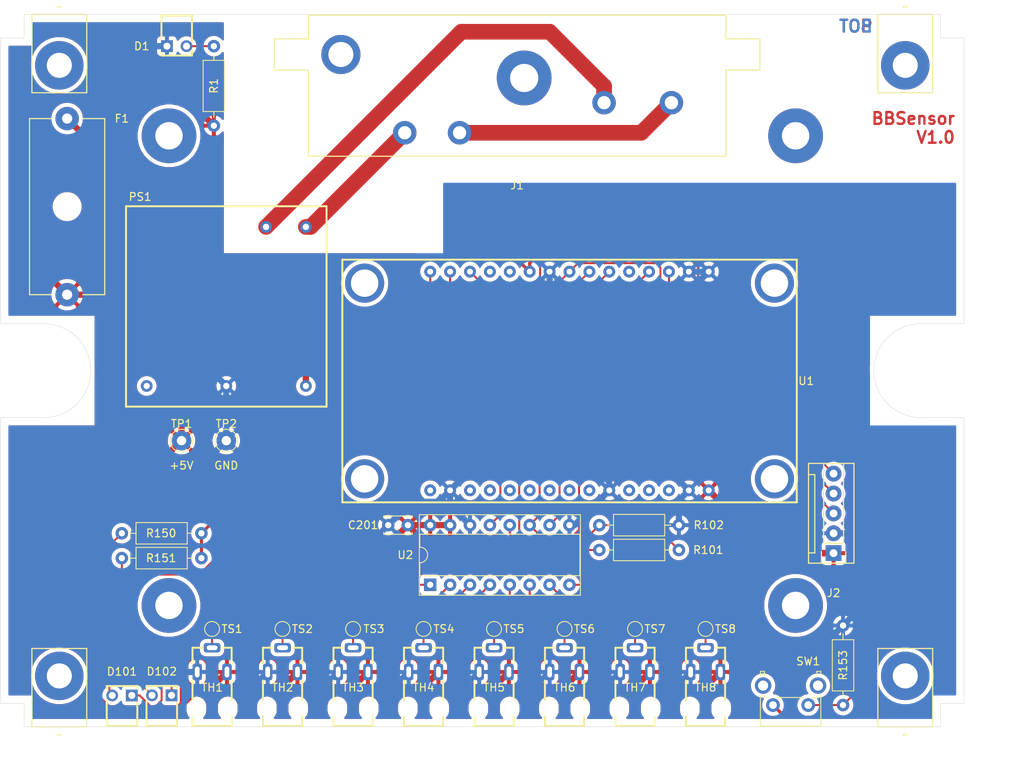
<source format=kicad_pcb>
(kicad_pcb (version 20171130) (host pcbnew "(5.1.4)-1")
  (title_block (title BBSensor) (date 2019-09-11) (rev V1.0) (comment 1 "Sensor and processing board for BBQ Sensor"))
  (layers (0 F.Cu signal) (31 B.Cu signal) (34 B.Paste user) (35 F.Paste user) (36 B.SilkS user) (37 F.SilkS user) (38 B.Mask user) (39 F.Mask user) (44 Edge.Cuts user))
  (net 0 "")
  (net 1 GND)
  (net 2 +5V)
  (net 3 "Net-(D1-Pad2)")
  (net 4 "Net-(D101-Pad2)")
  (net 5 "Net-(D101-Pad1)")
  (net 6 "Net-(D102-Pad2)")
  (net 7 "Net-(D102-Pad1)")
  (net 8 "Net-(F1-Pad2)")
  (net 9 "Net-(J1-Pad3)")
  (net 10 "Net-(J1-Pad2)")
  (net 11 "Net-(J1-Pad1)")
  (net 12 /Display/SPI5)
  (net 13 /Analog/Digital/SPI3)
  (net 14 /Analog/Digital/SPI1)
  (net 15 "Net-(PS1-Pad3)")
  (net 16 /Analog/Digital/SPI2)
  (net 17 /ESP8266/MISO)
  (net 18 +3V3)
  (net 19 "Net-(R153-Pad1)")
  (net 20 /Analog/Digital/SIGNAL1)
  (net 21 /Analog/Digital/SIGNAL2)
  (net 22 /Analog/Digital/SIGNAL3)
  (net 23 /Analog/Digital/SIGNAL4)
  (net 24 /Analog/Digital/SIGNAL5)
  (net 25 /Analog/Digital/SIGNAL6)
  (net 26 /Analog/Digital/SIGNAL7)
  (net 27 /Analog/Digital/SIGNAL8)
  (net 28 "Net-(U1-Pad19)")
  (net 29 "Net-(U1-Pad26)")
  (net 30 "Net-(U1-Pad13)")
  (net 31 "Net-(U1-Pad12)")
  (net 32 "Net-(U1-Pad11)")
  (net 33 /Analog/Digital/SPI4)
  (net 34 "Net-(U1-Pad4)")
  (net 35 "Net-(U1-Pad3)")
  (net 36 "Net-(U1-Pad1)")
  (net 37 "Net-(U1-Pad20)")
  (net 38 "Net-(U1-Pad7)")
  (net 39 "Net-(U1-Pad5)")
  (net 40 "Net-(U1-Pad9)")
  (net 41 "Net-(U1-Pad8)")
  (net 42 "Net-(U1-Pad6)")
  (module Schurter:CMF1_Offset (layer F.Cu) (at 80.9475 15.1135)
    (fp_text reference J1 (at 0 21.7165) (layer F.SilkS))
    (fp_text value Schurter_CMF1)
    (pad 3 thru_hole circle (at -14.35 15) (size 3 3) (drill 1.7) (layers *.Cu *.Mask) (net 9 "Net-(J1-Pad3)"))
    (pad 4 thru_hole circle (at -7.35 15) (size 3 3) (drill 1.7) (layers *.Cu *.Mask) (net 10 "Net-(J1-Pad2)"))
    (pad 2 thru_hole circle (at 19.7 11.16) (size 3 3) (drill 1.7) (layers *.Cu *.Mask) (net 10 "Net-(J1-Pad2)"))
    (pad 1 thru_hole circle (at 11.1 11.16) (size 3 3) (drill 1.7) (layers *.Cu *.Mask) (net 11 "Net-(J1-Pad1)"))
    (pad "" np_thru_hole circle (at -28.95 5) (size 3 3) (drill 3) (layers *.Cu *.Mask))
    (pad "" np_thru_hole circle (at 28.95 5) (size 3 3) (drill 3) (layers *.Cu *.Mask))
    (pad "" np_thru_hole circle (at 22.5 5) (size 3.2 3.2) (drill 3.2) (layers *.Cu *.Mask))
    (pad "" np_thru_hole circle (at -22.5 5) (size 5 5) (drill 3.2) (layers *.Cu *.Mask))
    (pad "" np_thru_hole circle (at 0.9 8) (size 7 7) (drill 3.6) (layers *.Cu *.Mask))
  )
  (module Collection:Mounting_Bracket_L10_W7_M3 (layer F.Cu) (at 134 15 180)
    (fp_text reference ~ (at 3.5 1) (layer F.SilkS))
    (fp_text value Mounting_Bracket_L10_W7_M3)
    (pad "" np_thru_hole circle (at 3.5 -6.5 180) (size 6.2 6.2) (drill 3.2) (layers *.Cu *.Mask))
  )
  (module Collection:Mounting_Bracket_L10_W7_M3 (layer F.Cu) (at 26 15 180)
    (fp_text reference ~ (at 3.5 1) (layer F.SilkS))
    (fp_text value Mounting_Bracket_L10_W7_M3)
    (pad "" np_thru_hole circle (at 3.5 -6.5 180) (size 6.2 6.2) (drill 3.2) (layers *.Cu *.Mask))
  )
  (module Collection:Mounting_Bracket_L10_W7_M3 (layer F.Cu) (at 127 106)
    (fp_text reference ~ (at 3.5 1) (layer F.SilkS))
    (fp_text value Mounting_Bracket_L10_W7_M3)
    (pad "" np_thru_hole circle (at 3.5 -6.5) (size 6.2 6.2) (drill 3.2) (layers *.Cu *.Mask))
  )
  (module Collection:Mounting_Bracket_L10_W7_M3 (layer F.Cu) (at 19 106)
    (fp_text reference ~ (at 3.5 1) (layer F.SilkS))
    (fp_text value Mounting_Bracket_L10_W7_M3)
    (pad "" np_thru_hole circle (at 3.5 -6.5) (size 6.2 6.2) (drill 3.2) (layers *.Cu *.Mask))
  )
  (module TestPoint:TestPoint_Pad_D1.5mm (layer F.Cu) (at 105 93.5 180)
    (fp_text reference TS8 (at -2.54 0) (layer F.SilkS))
    (fp_text value TestPoint)
    (pad 1 smd circle (at 0 0 180) (size 1.5 1.5) (layers F.Cu F.Mask) (net 27 /Analog/Digital/SIGNAL8))
  )
  (module TestPoint:TestPoint_Pad_D1.5mm (layer F.Cu) (at 96 93.5 180)
    (fp_text reference TS7 (at -2.54 0) (layer F.SilkS))
    (fp_text value TestPoint)
    (pad 1 smd circle (at 0 0 180) (size 1.5 1.5) (layers F.Cu F.Mask) (net 26 /Analog/Digital/SIGNAL7))
  )
  (module TestPoint:TestPoint_Pad_D1.5mm (layer F.Cu) (at 87 93.5 180)
    (fp_text reference TS6 (at -2.54 0) (layer F.SilkS))
    (fp_text value TestPoint)
    (pad 1 smd circle (at 0 0 180) (size 1.5 1.5) (layers F.Cu F.Mask) (net 25 /Analog/Digital/SIGNAL6))
  )
  (module TestPoint:TestPoint_Pad_D1.5mm (layer F.Cu) (at 78 93.5 180)
    (fp_text reference TS5 (at -2.54 0) (layer F.SilkS))
    (fp_text value TestPoint)
    (pad 1 smd circle (at 0 0 180) (size 1.5 1.5) (layers F.Cu F.Mask) (net 24 /Analog/Digital/SIGNAL5))
  )
  (module TestPoint:TestPoint_Pad_D1.5mm (layer F.Cu) (at 69 93.5 180)
    (fp_text reference TS4 (at -2.6035 0) (layer F.SilkS))
    (fp_text value TestPoint)
    (pad 1 smd circle (at 0 0 180) (size 1.5 1.5) (layers F.Cu F.Mask) (net 23 /Analog/Digital/SIGNAL4))
  )
  (module TestPoint:TestPoint_Pad_D1.5mm (layer F.Cu) (at 60 93.5 180)
    (fp_text reference TS3 (at -2.667 0) (layer F.SilkS))
    (fp_text value TestPoint)
    (pad 1 smd circle (at 0 0 180) (size 1.5 1.5) (layers F.Cu F.Mask) (net 22 /Analog/Digital/SIGNAL3))
  )
  (module TestPoint:TestPoint_Pad_D1.5mm (layer F.Cu) (at 50.9905 93.5 180)
    (fp_text reference TS2 (at -2.54 0) (layer F.SilkS))
    (fp_text value TestPoint)
    (pad 1 smd circle (at 0 0 180) (size 1.5 1.5) (layers F.Cu F.Mask) (net 21 /Analog/Digital/SIGNAL2))
  )
  (module TestPoint:TestPoint_Pad_D1.5mm (layer F.Cu) (at 42 93.5 180)
    (fp_text reference TS1 (at -2.54 0) (layer F.SilkS))
    (fp_text value TestPoint)
    (pad 1 smd circle (at 0 0 180) (size 1.5 1.5) (layers F.Cu F.Mask) (net 20 /Analog/Digital/SIGNAL1))
  )
  (module Package_DIP:DIP-16_W7.62mm_Socket (layer F.Cu) (at 69.85 87.86 90)
    (fp_text reference U2 (at 3.81 -3.175 180) (layer F.SilkS))
    (fp_text value MCP3208)
    (pad 16 thru_hole oval (at 7.62 0 90) (size 1.6 1.6) (drill 0.8) (layers *.Cu *.Mask) (net 2 +5V))
    (pad 8 thru_hole oval (at 0 17.78 90) (size 1.6 1.6) (drill 0.8) (layers *.Cu *.Mask) (net 27 /Analog/Digital/SIGNAL8))
    (pad 15 thru_hole oval (at 7.62 2.54 90) (size 1.6 1.6) (drill 0.8) (layers *.Cu *.Mask) (net 2 +5V))
    (pad 7 thru_hole oval (at 0 15.24 90) (size 1.6 1.6) (drill 0.8) (layers *.Cu *.Mask) (net 26 /Analog/Digital/SIGNAL7))
    (pad 14 thru_hole oval (at 7.62 5.08 90) (size 1.6 1.6) (drill 0.8) (layers *.Cu *.Mask) (net 1 GND))
    (pad 6 thru_hole oval (at 0 12.7 90) (size 1.6 1.6) (drill 0.8) (layers *.Cu *.Mask) (net 25 /Analog/Digital/SIGNAL6))
    (pad 13 thru_hole oval (at 7.62 7.62 90) (size 1.6 1.6) (drill 0.8) (layers *.Cu *.Mask) (net 13 /Analog/Digital/SPI3))
    (pad 5 thru_hole oval (at 0 10.16 90) (size 1.6 1.6) (drill 0.8) (layers *.Cu *.Mask) (net 24 /Analog/Digital/SIGNAL5))
    (pad 12 thru_hole oval (at 7.62 10.16 90) (size 1.6 1.6) (drill 0.8) (layers *.Cu *.Mask) (net 16 /Analog/Digital/SPI2))
    (pad 4 thru_hole oval (at 0 7.62 90) (size 1.6 1.6) (drill 0.8) (layers *.Cu *.Mask) (net 23 /Analog/Digital/SIGNAL4))
    (pad 11 thru_hole oval (at 7.62 12.7 90) (size 1.6 1.6) (drill 0.8) (layers *.Cu *.Mask) (net 14 /Analog/Digital/SPI1))
    (pad 3 thru_hole oval (at 0 5.08 90) (size 1.6 1.6) (drill 0.8) (layers *.Cu *.Mask) (net 22 /Analog/Digital/SIGNAL3))
    (pad 10 thru_hole oval (at 7.62 15.24 90) (size 1.6 1.6) (drill 0.8) (layers *.Cu *.Mask) (net 33 /Analog/Digital/SPI4))
    (pad 2 thru_hole oval (at 0 2.54 90) (size 1.6 1.6) (drill 0.8) (layers *.Cu *.Mask) (net 21 /Analog/Digital/SIGNAL2))
    (pad 9 thru_hole oval (at 7.62 17.78 90) (size 1.6 1.6) (drill 0.8) (layers *.Cu *.Mask) (net 1 GND))
    (pad 1 thru_hole rect (at 0 0 90) (size 1.6 1.6) (drill 0.8) (layers *.Cu *.Mask) (net 20 /Analog/Digital/SIGNAL1))
  )
  (module Collection:ESP8266-12E_NodeMCU_Lolin (layer F.Cu) (at 69.85 61.825 90)
    (fp_text reference U1 (at 0 48 180) (layer F.SilkS))
    (fp_text value ESP8266-12E_NodeMCU_Lolin)
    (pad "" np_thru_hole circle (at 12.5 43.95 90) (size 5 5) (drill 3.5) (layers *.Cu *.Mask))
    (pad "" np_thru_hole circle (at -12.5 43.95 90) (size 5 5) (drill 3.5) (layers *.Cu *.Mask))
    (pad "" np_thru_hole circle (at 12.5 -8.37 90) (size 5 5) (drill 3.5) (layers *.Cu *.Mask))
    (pad "" np_thru_hole circle (at -12.5 -8.37 90) (size 5 5) (drill 3.5) (layers *.Cu *.Mask))
    (pad 30 thru_hole circle (at 13.97 35.56 90) (size 1.524 1.524) (drill 0.762) (layers *.Cu *.Mask) (net 1 GND))
    (pad 16 thru_hole circle (at 13.97 0 90) (size 1.524 1.524) (drill 0.762) (layers *.Cu *.Mask) (net 5 "Net-(D101-Pad1)"))
    (pad 17 thru_hole circle (at 13.97 2.54 90) (size 1.524 1.524) (drill 0.762) (layers *.Cu *.Mask) (net 7 "Net-(D102-Pad1)"))
    (pad 18 thru_hole circle (at 13.97 5.08 90) (size 1.524 1.524) (drill 0.762) (layers *.Cu *.Mask) (net 19 "Net-(R153-Pad1)"))
    (pad 19 thru_hole circle (at 13.97 7.62 90) (size 1.524 1.524) (drill 0.762) (layers *.Cu *.Mask) (net 28 "Net-(U1-Pad19)"))
    (pad 20 thru_hole circle (at 13.97 10.16 90) (size 1.524 1.524) (drill 0.762) (layers *.Cu *.Mask) (net 37 "Net-(U1-Pad20)"))
    (pad 21 thru_hole circle (at 13.97 12.7 90) (size 1.524 1.524) (drill 0.762) (layers *.Cu *.Mask) (net 18 +3V3))
    (pad 23 thru_hole circle (at 13.97 17.78 90) (size 1.524 1.524) (drill 0.762) (layers *.Cu *.Mask) (net 13 /Analog/Digital/SPI3))
    (pad 22 thru_hole circle (at 13.97 15.24 90) (size 1.524 1.524) (drill 0.762) (layers *.Cu *.Mask) (net 1 GND))
    (pad 25 thru_hole circle (at 13.97 22.86 90) (size 1.524 1.524) (drill 0.762) (layers *.Cu *.Mask) (net 14 /Analog/Digital/SPI1))
    (pad 24 thru_hole circle (at 13.97 20.32 90) (size 1.524 1.524) (drill 0.762) (layers *.Cu *.Mask) (net 17 /ESP8266/MISO))
    (pad 26 thru_hole circle (at 13.97 25.4 90) (size 1.524 1.524) (drill 0.762) (layers *.Cu *.Mask) (net 29 "Net-(U1-Pad26)"))
    (pad 27 thru_hole circle (at 13.97 27.94 90) (size 1.524 1.524) (drill 0.762) (layers *.Cu *.Mask) (net 33 /Analog/Digital/SPI4))
    (pad 29 thru_hole circle (at 13.97 33.02 90) (size 1.524 1.524) (drill 0.762) (layers *.Cu *.Mask) (net 1 GND))
    (pad 28 thru_hole circle (at 13.97 30.48 90) (size 1.524 1.524) (drill 0.762) (layers *.Cu *.Mask) (net 12 /Display/SPI5))
    (pad 15 thru_hole circle (at -13.97 35.56 90) (size 1.524 1.524) (drill 0.762) (layers *.Cu *.Mask) (net 2 +5V))
    (pad 13 thru_hole circle (at -13.97 30.48 90) (size 1.524 1.524) (drill 0.762) (layers *.Cu *.Mask) (net 30 "Net-(U1-Pad13)"))
    (pad 14 thru_hole circle (at -13.97 33.02 90) (size 1.524 1.524) (drill 0.762) (layers *.Cu *.Mask) (net 1 GND))
    (pad 12 thru_hole circle (at -13.97 27.94 90) (size 1.524 1.524) (drill 0.762) (layers *.Cu *.Mask) (net 31 "Net-(U1-Pad12)"))
    (pad 11 thru_hole circle (at -13.97 25.4 90) (size 1.524 1.524) (drill 0.762) (layers *.Cu *.Mask) (net 32 "Net-(U1-Pad11)"))
    (pad 9 thru_hole circle (at -13.97 20.32 90) (size 1.524 1.524) (drill 0.762) (layers *.Cu *.Mask) (net 40 "Net-(U1-Pad9)"))
    (pad 10 thru_hole circle (at -13.97 22.86 90) (size 1.524 1.524) (drill 0.762) (layers *.Cu *.Mask) (net 1 GND))
    (pad 7 thru_hole circle (at -13.97 15.24 90) (size 1.524 1.524) (drill 0.762) (layers *.Cu *.Mask) (net 38 "Net-(U1-Pad7)"))
    (pad 8 thru_hole circle (at -13.97 17.78 90) (size 1.524 1.524) (drill 0.762) (layers *.Cu *.Mask) (net 41 "Net-(U1-Pad8)"))
    (pad 6 thru_hole circle (at -13.97 12.7 90) (size 1.524 1.524) (drill 0.762) (layers *.Cu *.Mask) (net 42 "Net-(U1-Pad6)"))
    (pad 5 thru_hole circle (at -13.97 10.16 90) (size 1.524 1.524) (drill 0.762) (layers *.Cu *.Mask) (net 39 "Net-(U1-Pad5)"))
    (pad 4 thru_hole circle (at -13.97 7.62 90) (size 1.524 1.524) (drill 0.762) (layers *.Cu *.Mask) (net 34 "Net-(U1-Pad4)"))
    (pad 3 thru_hole circle (at -13.97 5.08 90) (size 1.524 1.524) (drill 0.762) (layers *.Cu *.Mask) (net 35 "Net-(U1-Pad3)"))
    (pad 2 thru_hole circle (at -13.97 2.54 90) (size 1.524 1.524) (drill 0.762) (layers *.Cu *.Mask) (net 1 GND))
    (pad 1 thru_hole circle (at -13.97 0 90) (size 1.524 1.524) (drill 0.762) (layers *.Cu *.Mask) (net 36 "Net-(U1-Pad1)"))
  )
  (module TestPoint:TestPoint_THTPad_D2.5mm_Drill1.2mm (layer F.Cu) (at 43.815 69.445)
    (fp_text reference TP2 (at 0 -2.148) (layer F.SilkS))
    (fp_text value TestPoint)
    (pad 1 thru_hole circle (at 0 0) (size 2.5 2.5) (drill 1.2) (layers *.Cu *.Mask) (net 1 GND))
  )
  (module TestPoint:TestPoint_THTPad_D2.5mm_Drill1.2mm (layer F.Cu) (at 38.1 69.445)
    (fp_text reference TP1 (at 0 -2.148) (layer F.SilkS))
    (fp_text value TestPoint)
    (pad 1 thru_hole circle (at 0 0) (size 2.5 2.5) (drill 1.2) (layers *.Cu *.Mask) (net 2 +5V))
  )
  (module Lumberg:LUMBERG_1501_05 (layer F.Cu) (at 105 105.9 180)
    (fp_text reference TH8 (at 0 4.92) (layer F.SilkS))
    (fp_text value AudioJack3)
    (pad R thru_hole roundrect (at -1.9 6.9 180) (size 1.2 2.1) (drill oval 0.6 1.4) (layers *.Cu *.Mask) (net 2 +5V))
    (pad T thru_hole roundrect (at 0 10 180) (size 2.1 1.2) (drill oval 1.4 0.6) (layers *.Cu *.Mask) (net 27 /Analog/Digital/SIGNAL8))
    (pad S thru_hole roundrect (at 1.9 6.9 180) (size 1.2 2.1) (drill oval 0.6 1.4) (layers *.Cu *.Mask) (net 1 GND))
    (pad "" np_thru_hole oval (at -2 2.25 180) (size 1.5 2) (drill oval 1.5 2) (layers *.Cu *.Mask))
    (pad "" np_thru_hole oval (at 2 2.25 180) (size 1.5 2) (drill oval 1.5 2) (layers *.Cu *.Mask))
  )
  (module Lumberg:LUMBERG_1501_05 (layer F.Cu) (at 96 105.9 180)
    (fp_text reference TH7 (at 0 4.92) (layer F.SilkS))
    (fp_text value AudioJack3)
    (pad R thru_hole roundrect (at -1.9 6.9 180) (size 1.2 2.1) (drill oval 0.6 1.4) (layers *.Cu *.Mask) (net 2 +5V))
    (pad T thru_hole roundrect (at 0 10 180) (size 2.1 1.2) (drill oval 1.4 0.6) (layers *.Cu *.Mask) (net 26 /Analog/Digital/SIGNAL7))
    (pad S thru_hole roundrect (at 1.9 6.9 180) (size 1.2 2.1) (drill oval 0.6 1.4) (layers *.Cu *.Mask) (net 1 GND))
    (pad "" np_thru_hole oval (at -2 2.25 180) (size 1.5 2) (drill oval 1.5 2) (layers *.Cu *.Mask))
    (pad "" np_thru_hole oval (at 2 2.25 180) (size 1.5 2) (drill oval 1.5 2) (layers *.Cu *.Mask))
  )
  (module Lumberg:LUMBERG_1501_05 (layer F.Cu) (at 87 105.9 180)
    (fp_text reference TH6 (at 0 4.92) (layer F.SilkS))
    (fp_text value AudioJack3)
    (pad R thru_hole roundrect (at -1.9 6.9 180) (size 1.2 2.1) (drill oval 0.6 1.4) (layers *.Cu *.Mask) (net 2 +5V))
    (pad T thru_hole roundrect (at 0 10 180) (size 2.1 1.2) (drill oval 1.4 0.6) (layers *.Cu *.Mask) (net 25 /Analog/Digital/SIGNAL6))
    (pad S thru_hole roundrect (at 1.9 6.9 180) (size 1.2 2.1) (drill oval 0.6 1.4) (layers *.Cu *.Mask) (net 1 GND))
    (pad "" np_thru_hole oval (at -2 2.25 180) (size 1.5 2) (drill oval 1.5 2) (layers *.Cu *.Mask))
    (pad "" np_thru_hole oval (at 2 2.25 180) (size 1.5 2) (drill oval 1.5 2) (layers *.Cu *.Mask))
  )
  (module Lumberg:LUMBERG_1501_05 (layer F.Cu) (at 78 105.9 180)
    (fp_text reference TH5 (at 0 4.92) (layer F.SilkS))
    (fp_text value AudioJack3)
    (pad R thru_hole roundrect (at -1.9 6.9 180) (size 1.2 2.1) (drill oval 0.6 1.4) (layers *.Cu *.Mask) (net 2 +5V))
    (pad T thru_hole roundrect (at 0 10 180) (size 2.1 1.2) (drill oval 1.4 0.6) (layers *.Cu *.Mask) (net 24 /Analog/Digital/SIGNAL5))
    (pad S thru_hole roundrect (at 1.9 6.9 180) (size 1.2 2.1) (drill oval 0.6 1.4) (layers *.Cu *.Mask) (net 1 GND))
    (pad "" np_thru_hole oval (at -2 2.25 180) (size 1.5 2) (drill oval 1.5 2) (layers *.Cu *.Mask))
    (pad "" np_thru_hole oval (at 2 2.25 180) (size 1.5 2) (drill oval 1.5 2) (layers *.Cu *.Mask))
  )
  (module Lumberg:LUMBERG_1501_05 (layer F.Cu) (at 69 105.9 180)
    (fp_text reference TH4 (at 0 4.92) (layer F.SilkS))
    (fp_text value AudioJack3)
    (pad R thru_hole roundrect (at -1.9 6.9 180) (size 1.2 2.1) (drill oval 0.6 1.4) (layers *.Cu *.Mask) (net 2 +5V))
    (pad T thru_hole roundrect (at 0 10 180) (size 2.1 1.2) (drill oval 1.4 0.6) (layers *.Cu *.Mask) (net 23 /Analog/Digital/SIGNAL4))
    (pad S thru_hole roundrect (at 1.9 6.9 180) (size 1.2 2.1) (drill oval 0.6 1.4) (layers *.Cu *.Mask) (net 1 GND))
    (pad "" np_thru_hole oval (at -2 2.25 180) (size 1.5 2) (drill oval 1.5 2) (layers *.Cu *.Mask))
    (pad "" np_thru_hole oval (at 2 2.25 180) (size 1.5 2) (drill oval 1.5 2) (layers *.Cu *.Mask))
  )
  (module Lumberg:LUMBERG_1501_05 (layer F.Cu) (at 60 105.9 180)
    (fp_text reference TH3 (at 0 4.92) (layer F.SilkS))
    (fp_text value AudioJack3)
    (pad R thru_hole roundrect (at -1.9 6.9 180) (size 1.2 2.1) (drill oval 0.6 1.4) (layers *.Cu *.Mask) (net 2 +5V))
    (pad T thru_hole roundrect (at 0 10 180) (size 2.1 1.2) (drill oval 1.4 0.6) (layers *.Cu *.Mask) (net 22 /Analog/Digital/SIGNAL3))
    (pad S thru_hole roundrect (at 1.9 6.9 180) (size 1.2 2.1) (drill oval 0.6 1.4) (layers *.Cu *.Mask) (net 1 GND))
    (pad "" np_thru_hole oval (at -2 2.25 180) (size 1.5 2) (drill oval 1.5 2) (layers *.Cu *.Mask))
    (pad "" np_thru_hole oval (at 2 2.25 180) (size 1.5 2) (drill oval 1.5 2) (layers *.Cu *.Mask))
  )
  (module Lumberg:LUMBERG_1501_05 (layer F.Cu) (at 51 105.9 180)
    (fp_text reference TH2 (at 0 4.92) (layer F.SilkS))
    (fp_text value AudioJack3)
    (pad R thru_hole roundrect (at -1.9 6.9 180) (size 1.2 2.1) (drill oval 0.6 1.4) (layers *.Cu *.Mask) (net 2 +5V))
    (pad T thru_hole roundrect (at 0 10 180) (size 2.1 1.2) (drill oval 1.4 0.6) (layers *.Cu *.Mask) (net 21 /Analog/Digital/SIGNAL2))
    (pad S thru_hole roundrect (at 1.9 6.9 180) (size 1.2 2.1) (drill oval 0.6 1.4) (layers *.Cu *.Mask) (net 1 GND))
    (pad "" np_thru_hole oval (at -2 2.25 180) (size 1.5 2) (drill oval 1.5 2) (layers *.Cu *.Mask))
    (pad "" np_thru_hole oval (at 2 2.25 180) (size 1.5 2) (drill oval 1.5 2) (layers *.Cu *.Mask))
  )
  (module Lumberg:LUMBERG_1501_05 (layer F.Cu) (at 42 105.9 180)
    (fp_text reference TH1 (at 0 4.92) (layer F.SilkS))
    (fp_text value AudioJack3)
    (pad R thru_hole roundrect (at -1.9 6.9 180) (size 1.2 2.1) (drill oval 0.6 1.4) (layers *.Cu *.Mask) (net 2 +5V))
    (pad T thru_hole roundrect (at 0 10 180) (size 2.1 1.2) (drill oval 1.4 0.6) (layers *.Cu *.Mask) (net 20 /Analog/Digital/SIGNAL1))
    (pad S thru_hole roundrect (at 1.9 6.9 180) (size 1.2 2.1) (drill oval 0.6 1.4) (layers *.Cu *.Mask) (net 1 GND))
    (pad "" np_thru_hole oval (at -2 2.25 180) (size 1.5 2) (drill oval 1.5 2) (layers *.Cu *.Mask))
    (pad "" np_thru_hole oval (at 2 2.25 180) (size 1.5 2) (drill oval 1.5 2) (layers *.Cu *.Mask))
  )
  (module Button_Switch_THT:SW_Tactile_SPST_Angled_PTS645Vx83-2LFS (layer F.Cu) (at 118.11 103.227 180)
    (fp_text reference SW1 (at 0 5.588) (layer F.SilkS))
    (fp_text value SW_Push)
    (pad "" thru_hole circle (at -1.25 2.49 180) (size 2.1 2.1) (drill 1.3) (layers *.Cu *.Mask))
    (pad 1 thru_hole circle (at 0 0 180) (size 1.75 1.75) (drill 0.99) (layers *.Cu *.Mask) (net 19 "Net-(R153-Pad1)"))
    (pad 2 thru_hole circle (at 4.5 0 180) (size 1.75 1.75) (drill 0.99) (layers *.Cu *.Mask) (net 18 +3V3))
    (pad "" thru_hole circle (at 5.76 2.49 180) (size 2.1 2.1) (drill 1.3) (layers *.Cu *.Mask))
  )
  (module Resistor_THT:R_Axial_DIN0207_L6.3mm_D2.5mm_P10.16mm_Horizontal (layer F.Cu) (at 122.555 103.227 90)
    (fp_text reference R153 (at 5.08 0 270) (layer F.SilkS))
    (fp_text value 2k2)
    (pad 2 thru_hole oval (at 10.16 0 90) (size 1.6 1.6) (drill 0.8) (layers *.Cu *.Mask) (net 1 GND))
    (pad 1 thru_hole circle (at 0 0 90) (size 1.6 1.6) (drill 0.8) (layers *.Cu *.Mask) (net 19 "Net-(R153-Pad1)"))
  )
  (module Resistor_THT:R_Axial_DIN0207_L6.3mm_D2.5mm_P10.16mm_Horizontal (layer F.Cu) (at 40.64 84.455 180)
    (fp_text reference R151 (at 5.1435 0) (layer F.SilkS))
    (fp_text value 140)
    (pad 2 thru_hole oval (at 10.16 0 180) (size 1.6 1.6) (drill 0.8) (layers *.Cu *.Mask) (net 6 "Net-(D102-Pad2)"))
    (pad 1 thru_hole circle (at 0 0 180) (size 1.6 1.6) (drill 0.8) (layers *.Cu *.Mask) (net 18 +3V3))
  )
  (module Resistor_THT:R_Axial_DIN0207_L6.3mm_D2.5mm_P10.16mm_Horizontal (layer F.Cu) (at 40.64 81.28 180)
    (fp_text reference R150 (at 5.1435 0) (layer F.SilkS))
    (fp_text value 140)
    (pad 2 thru_hole oval (at 10.16 0 180) (size 1.6 1.6) (drill 0.8) (layers *.Cu *.Mask) (net 4 "Net-(D101-Pad2)"))
    (pad 1 thru_hole circle (at 0 0 180) (size 1.6 1.6) (drill 0.8) (layers *.Cu *.Mask) (net 18 +3V3))
  )
  (module Resistor_THT:R_Axial_DIN0207_L6.3mm_D2.5mm_P10.16mm_Horizontal (layer F.Cu) (at 91.44 80.24)
    (fp_text reference R102 (at 13.97 0) (layer F.SilkS))
    (fp_text value 2k2)
    (pad 2 thru_hole oval (at 10.16 0) (size 1.6 1.6) (drill 0.8) (layers *.Cu *.Mask) (net 1 GND))
    (pad 1 thru_hole circle (at 0 0) (size 1.6 1.6) (drill 0.8) (layers *.Cu *.Mask) (net 17 /ESP8266/MISO))
  )
  (module Resistor_THT:R_Axial_DIN0207_L6.3mm_D2.5mm_P10.16mm_Horizontal (layer F.Cu) (at 91.44 83.415)
    (fp_text reference R101 (at 13.9065 0) (layer F.SilkS))
    (fp_text value 1k)
    (pad 2 thru_hole oval (at 10.16 0) (size 1.6 1.6) (drill 0.8) (layers *.Cu *.Mask) (net 17 /ESP8266/MISO))
    (pad 1 thru_hole circle (at 0 0) (size 1.6 1.6) (drill 0.8) (layers *.Cu *.Mask) (net 16 /Analog/Digital/SPI2))
  )
  (module Resistor_THT:R_Axial_DIN0207_L6.3mm_D2.5mm_P10.16mm_Horizontal (layer F.Cu) (at 42.2275 19.05 270)
    (fp_text reference R1 (at 5.08 0 90) (layer F.SilkS))
    (fp_text value 220)
    (pad 2 thru_hole oval (at 10.16 0 270) (size 1.6 1.6) (drill 0.8) (layers *.Cu *.Mask) (net 2 +5V))
    (pad 1 thru_hole circle (at 0 0 270) (size 1.6 1.6) (drill 0.8) (layers *.Cu *.Mask) (net 3 "Net-(D1-Pad2)"))
  )
  (module Traco:Traco_TMPS_05 (layer F.Cu) (at 43.815 52.3)
    (fp_text reference PS1 (at -11 -14) (layer F.SilkS))
    (fp_text value TMPS_05)
    (pad 3 thru_hole circle (at -10.16 10.16) (size 1.5 1.5) (drill 0.8) (layers *.Cu *.Mask) (net 15 "Net-(PS1-Pad3)"))
    (pad 4 thru_hole circle (at 0 10.16) (size 1.5 1.5) (drill 0.8) (layers *.Cu *.Mask) (net 1 GND))
    (pad 5 thru_hole circle (at 10.16 10.16) (size 1.5 1.5) (drill 0.8) (layers *.Cu *.Mask) (net 8 "Net-(F1-Pad2)"))
    (pad 2 thru_hole circle (at 5.08 -10.16) (size 1.5 1.5) (drill 0.8) (layers *.Cu *.Mask) (net 11 "Net-(J1-Pad1)"))
    (pad 1 thru_hole circle (at 10.16 -10.16) (size 1.5 1.5) (drill 0.8) (layers *.Cu *.Mask) (net 9 "Net-(J1-Pad3)"))
  )
  (module Molex:Molex_KK256_Pin_Header_Straight_1x05 (layer F.Cu) (at 121.3485 83.82 180)
    (fp_text reference J2 (at 0 -5.1) (layer F.SilkS))
    (fp_text value Display)
    (pad 5 thru_hole oval (at 0 10.16 180) (size 2.032 2.032) (drill 1) (layers *.Cu *.Mask) (net 12 /Display/SPI5))
    (pad 4 thru_hole oval (at 0 7.62 180) (size 2.032 2.032) (drill 1) (layers *.Cu *.Mask) (net 13 /Analog/Digital/SPI3))
    (pad 3 thru_hole oval (at 0 5.08 180) (size 2.032 2.032) (drill 1) (layers *.Cu *.Mask) (net 14 /Analog/Digital/SPI1))
    (pad 2 thru_hole oval (at 0 2.54 180) (size 2.032 2.032) (drill 1) (layers *.Cu *.Mask) (net 1 GND))
    (pad 1 thru_hole rect (at 0 0 180) (size 2.032 2.032) (drill 1) (layers *.Cu *.Mask) (net 2 +5V))
  )
  (module Schurter:Fuse_holder_20x5_22.5 (layer F.Cu) (at 23.495 50.8 90)
    (fp_text reference F1 (at 22.5 6.985 180) (layer F.SilkS))
    (fp_text value Fuse)
    (pad "" np_thru_hole circle (at 11.25 0 90) (size 2.7 2.7) (drill 2.7) (layers *.Cu *.Mask))
    (pad 2 thru_hole circle (at 22.5 0 90) (size 3 3) (drill 1.3) (layers *.Cu *.Mask) (net 8 "Net-(F1-Pad2)"))
    (pad 1 thru_hole circle (at 0 0 90) (size 3 3) (drill 1.3) (layers *.Cu *.Mask) (net 2 +5V))
  )
  (module VCC:5600F (layer F.Cu) (at 35.58 105.981 180)
    (fp_text reference D102 (at 0 7.048) (layer F.SilkS))
    (fp_text value GREEN)
    (pad 2 thru_hole circle (at 1.25 4 180) (size 1.5 1.5) (drill 0.9) (layers *.Cu *.Mask) (net 6 "Net-(D102-Pad2)"))
    (pad 1 thru_hole rect (at -1.25 4 180) (size 1.5 1.5) (drill 0.9) (layers *.Cu *.Mask) (net 7 "Net-(D102-Pad1)"))
  )
  (module VCC:5600F (layer F.Cu) (at 30.5 105.9965 180)
    (fp_text reference D101 (at 0 7.048) (layer F.SilkS))
    (fp_text value RED)
    (pad 2 thru_hole circle (at 1.25 4 180) (size 1.5 1.5) (drill 0.9) (layers *.Cu *.Mask) (net 4 "Net-(D101-Pad2)"))
    (pad 1 thru_hole rect (at -1.25 4 180) (size 1.5 1.5) (drill 0.9) (layers *.Cu *.Mask) (net 5 "Net-(D101-Pad1)"))
  )
  (module VCC:5600F (layer F.Cu) (at 37.485 15.05)
    (fp_text reference D1 (at -4.465 4) (layer F.SilkS))
    (fp_text value POWER)
    (pad 2 thru_hole circle (at 1.25 4) (size 1.5 1.5) (drill 0.9) (layers *.Cu *.Mask) (net 3 "Net-(D1-Pad2)"))
    (pad 1 thru_hole rect (at -1.25 4) (size 1.5 1.5) (drill 0.9) (layers *.Cu *.Mask) (net 1 GND))
  )
  (module Capacitor_THT:C_Disc_D3.4mm_W2.1mm_P2.50mm (layer F.Cu) (at 66.9925 80.24 180)
    (fp_text reference C201 (at 5.715 0) (layer F.SilkS))
    (fp_text value 100n)
    (pad 2 thru_hole circle (at 2.5 0 180) (size 1.6 1.6) (drill 0.8) (layers *.Cu *.Mask) (net 1 GND))
    (pad 1 thru_hole circle (at 0 0 180) (size 1.6 1.6) (drill 0.8) (layers *.Cu *.Mask) (net 2 +5V))
  )
  (module MountingHole:MountingHole_3.5mm_Pad (layer F.Cu) (at 36.5 30.5)
    (fp_text reference ~ hide)
    (fp_text value ~ hide)
    (pad ~ thru_hole circle (at 0 0) (size 7 7) (drill 3.5) (layers *.Cu *.Mask))
  )
  (module MountingHole:MountingHole_3.5mm_Pad (layer F.Cu) (at 36.5 90.5)
    (fp_text reference ~ hide)
    (fp_text value ~ hide)
    (pad ~ thru_hole circle (at 0 0) (size 7 7) (drill 3.5) (layers *.Cu *.Mask))
  )
  (module MountingHole:MountingHole_3.5mm_Pad (layer F.Cu) (at 116.5 30.5)
    (fp_text reference ~ hide)
    (fp_text value ~ hide)
    (pad ~ thru_hole circle (at 0 0) (size 7 7) (drill 3.5) (layers *.Cu *.Mask))
  )
  (module MountingHole:MountingHole_3.5mm_Pad (layer F.Cu) (at 116.5 90.5)
    (fp_text reference ~ hide)
    (fp_text value ~ hide)
    (pad ~ thru_hole circle (at 0 0) (size 7 7) (drill 3.5) (layers *.Cu *.Mask))
  )
  (gr_line (start 135 103) (end 138 103) (layer Edge.Cuts) (width 0.05))
  (gr_line (start 135 106) (end 135 103) (layer Edge.Cuts) (width 0.05))
  (gr_line (start 18 103) (end 18 106) (layer Edge.Cuts) (width 0.05))
  (gr_line (start 15 103) (end 18 103) (layer Edge.Cuts) (width 0.05))
  (gr_line (start 135 18) (end 138 18) (layer Edge.Cuts) (width 0.05))
  (gr_line (start 135 15) (end 135 18) (layer Edge.Cuts) (width 0.05))
  (gr_line (start 18 18) (end 15 18) (layer Edge.Cuts) (width 0.05))
  (gr_line (start 18 15) (end 18 18) (layer Edge.Cuts) (width 0.05))
  (gr_text "BBSensor\nV1.0" (at 137 29.5) (layer F.Cu) (effects (font (size 1.5 1.5) (thickness 0.3)) (justify right)))
  (gr_text BOT (at 126.5 16.5) (layer B.Cu) (effects (font (size 1.5 1.5) (thickness 0.3)) (justify left mirror)))
  (gr_text TOP (at 126.5 16.5) (layer F.Cu) (effects (font (size 1.5 1.5) (thickness 0.3)) (justify right)))
  (gr_text GND (at 43.815 72.62) (layer F.SilkS) (effects (font (size 1 1))))
  (gr_text +5V (at 38.1 72.62) (layer F.SilkS) (effects (font (size 1 1))))
  (gr_line (start 138 54.5) (end 138 18) (layer Edge.Cuts) (width 0.05))
  (gr_line (start 132.5 54.5) (end 138 54.5) (layer Edge.Cuts) (width 0.05))
  (gr_line (start 138 66.5) (end 132.5 66.5) (layer Edge.Cuts) (width 0.05))
  (gr_line (start 138 103) (end 138 66.5) (layer Edge.Cuts) (width 0.05))
  (gr_arc (start 132.5 60.5) (end 132.5 54.5) (angle -180) (layer Edge.Cuts) (width 0.05))
  (gr_line (start 15 66.5) (end 20.5 66.5) (layer Edge.Cuts) (width 0.05))
  (gr_line (start 15 103) (end 15 66.5) (layer Edge.Cuts) (width 0.05))
  (gr_line (start 15 54.5) (end 15 18) (layer Edge.Cuts) (width 0.05))
  (gr_line (start 20.5 54.5) (end 15 54.5) (layer Edge.Cuts) (width 0.05))
  (gr_arc (start 20.5 60.5) (end 20.5 66.5) (angle -180) (layer Edge.Cuts) (width 0.05))
  (gr_line (start 18 106) (end 135 106) (layer Edge.Cuts) (width 0.05))
  (gr_line (start 18 15) (end 135 15) (layer Edge.Cuts) (width 0.05))
  (segment (start 61.3175 83.415) (end 64.4925 80.24) (width 0.8) (layer B.Cu) (net 1))
  (segment (start 58.42 83.415) (end 61.3175 83.415) (width 0.8) (layer B.Cu) (net 1))
  (segment (start 57.785 83.415) (end 58.42 83.415) (width 0.8) (layer B.Cu) (net 1))
  (segment (start 43.815 69.445) (end 57.785 83.415) (width 0.8) (layer B.Cu) (net 1))
  (segment (start 43.815 62.46) (end 43.815 69.445) (width 0.8) (layer B.Cu) (net 1))
  (segment (start 85.09 63.095) (end 72.39 75.795) (width 0.8) (layer B.Cu) (net 1))
  (segment (start 85.09 47.855) (end 85.09 63.095) (width 0.8) (layer B.Cu) (net 1))
  (segment (start 73.151999 75.033001) (end 72.39 75.795) (width 0.8) (layer B.Cu) (net 1))
  (segment (start 75.565 72.62) (end 73.151999 75.033001) (width 0.8) (layer B.Cu) (net 1))
  (segment (start 105.41 47.855) (end 80.645 72.62) (width 0.8) (layer B.Cu) (net 1))
  (segment (start 80.645 72.62) (end 75.565 72.62) (width 0.8) (layer B.Cu) (net 1))
  (segment (start 99.695 72.62) (end 102.87 75.795) (width 0.8) (layer B.Cu) (net 1))
  (segment (start 90.61263 72.62) (end 88.7095 72.62) (width 0.8) (layer B.Cu) (net 1))
  (segment (start 92.71 74.71737) (end 90.61263 72.62) (width 0.8) (layer B.Cu) (net 1))
  (segment (start 92.71 75.795) (end 92.71 74.71737) (width 0.8) (layer B.Cu) (net 1))
  (segment (start 80.645 72.62) (end 88.7095 72.62) (width 0.8) (layer B.Cu) (net 1))
  (segment (start 88.7095 72.62) (end 99.695 72.62) (width 0.8) (layer B.Cu) (net 1))
  (segment (start 65.292499 79.440001) (end 64.4925 80.24) (width 0.8) (layer B.Cu) (net 1))
  (segment (start 67.475499 77.257001) (end 65.292499 79.440001) (width 0.8) (layer B.Cu) (net 1))
  (segment (start 70.927999 77.257001) (end 67.475499 77.257001) (width 0.8) (layer B.Cu) (net 1))
  (segment (start 72.39 75.795) (end 70.927999 77.257001) (width 0.8) (layer B.Cu) (net 1))
  (segment (start 72.39 77.7) (end 74.93 80.24) (width 0.8) (layer B.Cu) (net 1))
  (segment (start 72.39 75.795) (end 72.39 77.7) (width 0.8) (layer B.Cu) (net 1))
  (segment (start 88.265 80.24) (end 92.71 75.795) (width 0.8) (layer B.Cu) (net 1))
  (segment (start 87.63 80.24) (end 88.265 80.24) (width 0.8) (layer B.Cu) (net 1))
  (segment (start 101.6 77.065) (end 102.87 75.795) (width 0.8) (layer B.Cu) (net 1))
  (segment (start 101.6 80.24) (end 101.6 77.065) (width 0.8) (layer B.Cu) (net 1))
  (segment (start 43.815 69.5085) (end 43.815 69.445) (width 0.8) (layer B.Cu) (net 1))
  (segment (start 102.87 47.855) (end 105.41 47.855) (width 0.8) (layer B.Cu) (net 1))
  (segment (start 43.065001 61.710001) (end 43.815 62.46) (width 0.8) (layer B.Cu) (net 1))
  (segment (start 29.2735 47.9185) (end 43.065001 61.710001) (width 0.8) (layer B.Cu) (net 1))
  (segment (start 29.2735 24.4615) (end 29.2735 47.9185) (width 0.8) (layer B.Cu) (net 1))
  (segment (start 36.235 19.05) (end 34.685 19.05) (width 0.8) (layer B.Cu) (net 1))
  (segment (start 34.685 19.05) (end 29.2735 24.4615) (width 0.8) (layer B.Cu) (net 1))
  (segment (start 121.755001 93.866999) (end 122.555 93.067) (width 0.8) (layer B.Cu) (net 1))
  (segment (start 118.622 97) (end 121.755001 93.866999) (width 0.8) (layer B.Cu) (net 1))
  (segment (start 107.3365 101.6635) (end 112 97) (width 0.8) (layer B.Cu) (net 1))
  (segment (start 112 97) (end 118.622 97) (width 0.8) (layer B.Cu) (net 1))
  (segment (start 100.4365 101.6635) (end 96.393 101.6635) (width 0.8) (layer B.Cu) (net 1))
  (segment (start 103.1 99) (end 100.4365 101.6635) (width 0.8) (layer B.Cu) (net 1))
  (segment (start 96.393 101.6635) (end 107.3365 101.6635) (width 0.8) (layer B.Cu) (net 1))
  (segment (start 91.4365 101.6635) (end 85.598 101.6635) (width 0.8) (layer B.Cu) (net 1))
  (segment (start 94.1 99) (end 91.4365 101.6635) (width 0.8) (layer B.Cu) (net 1))
  (segment (start 85.598 101.6635) (end 96.393 101.6635) (width 0.8) (layer B.Cu) (net 1))
  (segment (start 82.4365 101.6635) (end 73.66 101.6635) (width 0.8) (layer B.Cu) (net 1))
  (segment (start 85.1 99) (end 82.4365 101.6635) (width 0.8) (layer B.Cu) (net 1))
  (segment (start 73.66 101.6635) (end 85.598 101.6635) (width 0.8) (layer B.Cu) (net 1))
  (segment (start 73.4365 101.6635) (end 64.897 101.6635) (width 0.8) (layer B.Cu) (net 1))
  (segment (start 76.1 99) (end 73.4365 101.6635) (width 0.8) (layer B.Cu) (net 1))
  (segment (start 64.897 101.6635) (end 73.66 101.6635) (width 0.8) (layer B.Cu) (net 1))
  (segment (start 64.4365 101.6635) (end 59.2455 101.6635) (width 0.8) (layer B.Cu) (net 1))
  (segment (start 67.1 99) (end 64.4365 101.6635) (width 0.8) (layer B.Cu) (net 1))
  (segment (start 59.2455 101.6635) (end 64.897 101.6635) (width 0.8) (layer B.Cu) (net 1))
  (segment (start 55.4365 101.6635) (end 49.4665 101.6635) (width 0.8) (layer B.Cu) (net 1))
  (segment (start 58.1 99) (end 55.4365 101.6635) (width 0.8) (layer B.Cu) (net 1))
  (segment (start 49.4665 101.6635) (end 59.2455 101.6635) (width 0.8) (layer B.Cu) (net 1))
  (segment (start 46.4365 101.6635) (end 42.8625 101.6635) (width 0.8) (layer B.Cu) (net 1))
  (segment (start 49.1 99) (end 46.4365 101.6635) (width 0.8) (layer B.Cu) (net 1))
  (segment (start 42.8625 101.6635) (end 49.4665 101.6635) (width 0.8) (layer B.Cu) (net 1))
  (segment (start 39.243 101.6635) (end 42.8625 101.6635) (width 0.8) (layer B.Cu) (net 1))
  (segment (start 43.815 69.445) (end 31.980001 81.279999) (width 0.8) (layer B.Cu) (net 1))
  (segment (start 31.980001 81.279999) (end 31.980001 94.400501) (width 0.8) (layer B.Cu) (net 1))
  (segment (start 36.5795 99) (end 35.7505 98.171) (width 0.8) (layer B.Cu) (net 1))
  (segment (start 40.1 99) (end 36.5795 99) (width 0.8) (layer B.Cu) (net 1))
  (segment (start 31.980001 94.400501) (end 35.7505 98.171) (width 0.8) (layer B.Cu) (net 1))
  (segment (start 35.7505 98.171) (end 39.243 101.6635) (width 0.8) (layer B.Cu) (net 1))
  (segment (start 122.78534 81.28) (end 121.3485 81.28) (width 0.8) (layer B.Cu) (net 1))
  (segment (start 123.7615 82.25616) (end 122.78534 81.28) (width 0.8) (layer B.Cu) (net 1))
  (segment (start 122.555 93.067) (end 123.7615 91.8605) (width 0.8) (layer B.Cu) (net 1))
  (segment (start 123.7615 91.8605) (end 123.7615 82.25616) (width 0.8) (layer B.Cu) (net 1))
  (segment (start 106.22929 99.67071) (end 106.9 99) (width 0.8) (layer F.Cu) (net 2))
  (segment (start 104.197 101.703) (end 106.22929 99.67071) (width 0.8) (layer F.Cu) (net 2))
  (segment (start 95.197 101.703) (end 91.3765 101.703) (width 0.8) (layer F.Cu) (net 2))
  (segment (start 97.9 99) (end 95.197 101.703) (width 0.8) (layer F.Cu) (net 2))
  (segment (start 91.3765 101.703) (end 104.197 101.703) (width 0.8) (layer F.Cu) (net 2))
  (segment (start 86.197 101.703) (end 84.328 101.703) (width 0.8) (layer F.Cu) (net 2))
  (segment (start 88.9 99) (end 86.197 101.703) (width 0.8) (layer F.Cu) (net 2))
  (segment (start 84.328 101.703) (end 91.3765 101.703) (width 0.8) (layer F.Cu) (net 2))
  (segment (start 77.197 101.703) (end 73.279 101.703) (width 0.8) (layer F.Cu) (net 2))
  (segment (start 79.9 99) (end 77.197 101.703) (width 0.8) (layer F.Cu) (net 2))
  (segment (start 73.279 101.703) (end 84.328 101.703) (width 0.8) (layer F.Cu) (net 2))
  (segment (start 68.197 101.703) (end 65.8495 101.703) (width 0.8) (layer F.Cu) (net 2))
  (segment (start 70.9 99) (end 68.197 101.703) (width 0.8) (layer F.Cu) (net 2))
  (segment (start 65.8495 101.703) (end 73.279 101.703) (width 0.8) (layer F.Cu) (net 2))
  (segment (start 59.197 101.703) (end 56.515 101.703) (width 0.8) (layer F.Cu) (net 2))
  (segment (start 61.9 99) (end 59.197 101.703) (width 0.8) (layer F.Cu) (net 2))
  (segment (start 56.515 101.703) (end 65.8495 101.703) (width 0.8) (layer F.Cu) (net 2))
  (segment (start 48.86123 101.703) (end 46.228 101.703) (width 0.8) (layer F.Cu) (net 2))
  (segment (start 50.197 101.703) (end 48.86123 101.703) (width 0.8) (layer F.Cu) (net 2))
  (segment (start 52.9 99) (end 50.197 101.703) (width 0.8) (layer F.Cu) (net 2))
  (segment (start 46.228 101.703) (end 56.515 101.703) (width 0.8) (layer F.Cu) (net 2))
  (segment (start 66.9925 80.24) (end 69.85 80.24) (width 0.8) (layer F.Cu) (net 2))
  (segment (start 72.39 80.24) (end 69.85 80.24) (width 0.8) (layer F.Cu) (net 2))
  (segment (start 41.197 101.703) (end 39.7905 101.703) (width 0.8) (layer F.Cu) (net 2))
  (segment (start 43.9 99) (end 41.197 101.703) (width 0.8) (layer F.Cu) (net 2))
  (segment (start 39.7905 101.703) (end 46.228 101.703) (width 0.8) (layer F.Cu) (net 2))
  (segment (start 41.427501 28.410001) (end 42.2275 29.21) (width 0.8) (layer F.Cu) (net 2))
  (segment (start 38.4175 25.4) (end 41.427501 28.410001) (width 0.8) (layer F.Cu) (net 2))
  (segment (start 21.844 25.4) (end 38.4175 25.4) (width 0.8) (layer F.Cu) (net 2))
  (segment (start 20.0025 27.2415) (end 21.844 25.4) (width 0.8) (layer F.Cu) (net 2))
  (segment (start 23.495 50.8) (end 20.0025 47.3075) (width 0.8) (layer F.Cu) (net 2))
  (segment (start 20.0025 47.3075) (end 20.0025 27.2415) (width 0.8) (layer F.Cu) (net 2))
  (segment (start 38.1 67.677234) (end 38.1 69.445) (width 0.8) (layer F.Cu) (net 2))
  (segment (start 38.1 63.28368) (end 38.1 67.677234) (width 0.8) (layer F.Cu) (net 2))
  (segment (start 25.61632 50.8) (end 38.1 63.28368) (width 0.8) (layer F.Cu) (net 2))
  (segment (start 23.495 50.8) (end 25.61632 50.8) (width 0.8) (layer F.Cu) (net 2))
  (segment (start 27.051 80.4545) (end 38.0605 69.445) (width 0.8) (layer F.Cu) (net 2))
  (segment (start 27.051 101.943502) (end 27.051 80.4545) (width 0.8) (layer F.Cu) (net 2))
  (segment (start 29.501498 104.394) (end 27.051 101.943502) (width 0.8) (layer F.Cu) (net 2))
  (segment (start 38.0605 69.445) (end 38.1 69.445) (width 0.8) (layer F.Cu) (net 2))
  (segment (start 38.280001 103.069376) (end 36.955377 104.394) (width 0.8) (layer F.Cu) (net 2))
  (segment (start 36.955377 104.394) (end 29.501498 104.394) (width 0.8) (layer F.Cu) (net 2))
  (segment (start 39.646377 101.703) (end 38.280001 103.069376) (width 0.8) (layer F.Cu) (net 2))
  (segment (start 39.7905 101.703) (end 39.646377 101.703) (width 0.8) (layer F.Cu) (net 2))
  (segment (start 38.280001 95.073997) (end 38.280001 103.069376) (width 0.8) (layer F.Cu) (net 2))
  (segment (start 48.708498 84.6455) (end 38.280001 95.073997) (width 0.8) (layer F.Cu) (net 2))
  (segment (start 66.9925 80.24) (end 62.587 84.6455) (width 0.8) (layer F.Cu) (net 2))
  (segment (start 62.587 84.6455) (end 48.708498 84.6455) (width 0.8) (layer F.Cu) (net 2))
  (segment (start 119.5325 83.82) (end 121.3485 83.82) (width 0.8) (layer F.Cu) (net 2))
  (segment (start 117.31 86.0425) (end 119.5325 83.82) (width 0.8) (layer F.Cu) (net 2))
  (segment (start 66.9925 80.24) (end 72.795 86.0425) (width 0.8) (layer F.Cu) (net 2))
  (segment (start 72.795 86.0425) (end 117.31 86.0425) (width 0.8) (layer F.Cu) (net 2))
  (segment (start 119.5705 83.82) (end 121.3485 83.82) (width 0.8) (layer F.Cu) (net 2))
  (segment (start 116.713 80.9625) (end 119.5705 83.82) (width 0.8) (layer F.Cu) (net 2))
  (segment (start 105.41 75.795) (end 110.5775 80.9625) (width 0.8) (layer F.Cu) (net 2))
  (segment (start 110.5775 80.9625) (end 116.713 80.9625) (width 0.8) (layer F.Cu) (net 2))
  (segment (start 38.735 19.05) (end 42.2275 19.05) (width 0.25) (layer F.Cu) (net 3))
  (segment (start 28.8925 101.639) (end 29.25 101.9965) (width 0.25) (layer F.Cu) (net 4))
  (segment (start 30.48 81.28) (end 28.8925 82.8675) (width 0.25) (layer F.Cu) (net 4))
  (segment (start 28.8925 82.8675) (end 28.8925 101.639) (width 0.25) (layer F.Cu) (net 4))
  (segment (start 69.85 48.93263) (end 69.85 47.855) (width 0.25) (layer F.Cu) (net 5))
  (segment (start 69.85 57.058002) (end 69.85 48.93263) (width 0.25) (layer F.Cu) (net 5))
  (segment (start 33.7185 86.106) (end 40.802002 86.106) (width 0.25) (layer F.Cu) (net 5))
  (segment (start 35.56 100.203) (end 30.982489 95.625489) (width 0.25) (layer F.Cu) (net 5))
  (segment (start 30.982489 88.842011) (end 33.7185 86.106) (width 0.25) (layer F.Cu) (net 5))
  (segment (start 40.802002 86.106) (end 69.85 57.058002) (width 0.25) (layer F.Cu) (net 5))
  (segment (start 34.1315 103.378) (end 34.798 103.378) (width 0.25) (layer F.Cu) (net 5))
  (segment (start 35.56 102.616) (end 35.56 100.203) (width 0.25) (layer F.Cu) (net 5))
  (segment (start 31.75 101.9965) (end 32.75 101.9965) (width 0.25) (layer F.Cu) (net 5))
  (segment (start 30.982489 95.625489) (end 30.982489 88.842011) (width 0.25) (layer F.Cu) (net 5))
  (segment (start 32.75 101.9965) (end 34.1315 103.378) (width 0.25) (layer F.Cu) (net 5))
  (segment (start 34.798 103.378) (end 35.56 102.616) (width 0.25) (layer F.Cu) (net 5))
  (segment (start 30.48 98.131) (end 30.48 84.455) (width 0.25) (layer F.Cu) (net 6))
  (segment (start 34.33 101.981) (end 30.48 98.131) (width 0.25) (layer F.Cu) (net 6))
  (segment (start 36.83 101.981) (end 36.83 100.584) (width 0.25) (layer F.Cu) (net 7))
  (segment (start 31.4325 95.1865) (end 31.4325 89.02841) (width 0.25) (layer F.Cu) (net 7))
  (segment (start 31.4325 89.02841) (end 33.904899 86.556011) (width 0.25) (layer F.Cu) (net 7))
  (segment (start 72.39 55.154412) (end 72.39 48.93263) (width 0.25) (layer F.Cu) (net 7))
  (segment (start 40.988402 86.556011) (end 72.39 55.154412) (width 0.25) (layer F.Cu) (net 7))
  (segment (start 72.39 48.93263) (end 72.39 47.855) (width 0.25) (layer F.Cu) (net 7))
  (segment (start 33.904899 86.556011) (end 40.988402 86.556011) (width 0.25) (layer F.Cu) (net 7))
  (segment (start 36.83 100.584) (end 31.4325 95.1865) (width 0.25) (layer F.Cu) (net 7))
  (segment (start 53.975 58.78) (end 53.975 62.46) (width 0.8) (layer F.Cu) (net 8))
  (segment (start 23.495 28.3) (end 53.975 58.78) (width 0.8) (layer F.Cu) (net 8))
  (segment (start 54.571 42.14) (end 66.5975 30.1135) (width 2) (layer F.Cu) (net 9))
  (segment (start 53.975 42.14) (end 54.571 42.14) (width 2) (layer F.Cu) (net 9))
  (segment (start 96.8075 30.1135) (end 100.6475 26.2735) (width 2) (layer F.Cu) (net 10))
  (segment (start 73.5975 30.1135) (end 96.8075 30.1135) (width 2) (layer F.Cu) (net 10))
  (segment (start 49.644999 41.390001) (end 48.895 42.14) (width 2) (layer F.Cu) (net 11))
  (segment (start 73.8265 17.2085) (end 49.644999 41.390001) (width 2) (layer F.Cu) (net 11))
  (segment (start 85.10382 17.2085) (end 73.8265 17.2085) (width 2) (layer F.Cu) (net 11))
  (segment (start 92.0475 26.2735) (end 92.0475 24.15218) (width 2) (layer F.Cu) (net 11))
  (segment (start 92.0475 24.15218) (end 85.10382 17.2085) (width 2) (layer F.Cu) (net 11))
  (segment (start 100.33 52.6415) (end 121.3485 73.66) (width 0.25) (layer F.Cu) (net 12))
  (segment (start 100.33 47.855) (end 100.33 52.6415) (width 0.25) (layer F.Cu) (net 12))
  (segment (start 120.332501 75.184001) (end 121.3485 76.2) (width 0.25) (layer F.Cu) (net 13))
  (segment (start 99.242999 54.094499) (end 120.332501 75.184001) (width 0.25) (layer F.Cu) (net 13))
  (segment (start 99.242999 47.333239) (end 99.242999 54.094499) (width 0.25) (layer F.Cu) (net 13))
  (segment (start 98.677759 46.767999) (end 99.242999 47.333239) (width 0.25) (layer F.Cu) (net 13))
  (segment (start 88.717001 46.767999) (end 98.677759 46.767999) (width 0.25) (layer F.Cu) (net 13))
  (segment (start 87.63 47.855) (end 88.717001 46.767999) (width 0.25) (layer F.Cu) (net 13))
  (segment (start 78.269999 79.440001) (end 77.47 80.24) (width 0.25) (layer F.Cu) (net 13))
  (segment (start 78.8035 78.9065) (end 78.269999 79.440001) (width 0.25) (layer F.Cu) (net 13))
  (segment (start 87.63 47.855) (end 78.8035 56.6815) (width 0.25) (layer F.Cu) (net 13))
  (segment (start 78.8035 56.6815) (end 78.8035 78.9065) (width 0.25) (layer F.Cu) (net 13))
  (segment (start 83.349999 79.440001) (end 82.55 80.24) (width 0.25) (layer F.Cu) (net 14))
  (segment (start 83.82 78.97) (end 83.349999 79.440001) (width 0.25) (layer F.Cu) (net 14))
  (segment (start 92.71 47.855) (end 83.82 56.745) (width 0.25) (layer F.Cu) (net 14))
  (segment (start 83.82 56.745) (end 83.82 78.97) (width 0.25) (layer F.Cu) (net 14))
  (segment (start 83.349999 81.039999) (end 82.55 80.24) (width 0.25) (layer F.Cu) (net 14))
  (segment (start 84.479 82.169) (end 83.349999 81.039999) (width 0.25) (layer F.Cu) (net 14))
  (segment (start 87.514002 82.169) (end 84.479 82.169) (width 0.25) (layer F.Cu) (net 14))
  (segment (start 88.855001 80.828001) (end 87.514002 82.169) (width 0.25) (layer F.Cu) (net 14))
  (segment (start 117.2845 73.279) (end 114.681 70.6755) (width 0.25) (layer F.Cu) (net 14))
  (segment (start 117.2845 74.676) (end 117.2845 73.279) (width 0.25) (layer F.Cu) (net 14))
  (segment (start 114.681 70.6755) (end 93.4085 70.6755) (width 0.25) (layer F.Cu) (net 14))
  (segment (start 121.3485 78.74) (end 117.2845 74.676) (width 0.25) (layer F.Cu) (net 14))
  (segment (start 93.4085 70.6755) (end 88.855001 75.228999) (width 0.25) (layer F.Cu) (net 14))
  (segment (start 88.855001 75.228999) (end 88.855001 80.828001) (width 0.25) (layer F.Cu) (net 14))
  (segment (start 90.30863 83.415) (end 91.44 83.415) (width 0.25) (layer F.Cu) (net 16))
  (segment (start 82.05363 83.415) (end 90.30863 83.415) (width 0.25) (layer F.Cu) (net 16))
  (segment (start 80.01 81.37137) (end 82.05363 83.415) (width 0.25) (layer F.Cu) (net 16))
  (segment (start 80.01 80.24) (end 80.01 81.37137) (width 0.25) (layer F.Cu) (net 16))
  (segment (start 90.640001 81.039999) (end 91.44 80.24) (width 0.25) (layer F.Cu) (net 17))
  (segment (start 88.8125 82.8675) (end 90.640001 81.039999) (width 0.25) (layer F.Cu) (net 17))
  (segment (start 82.677 82.8675) (end 88.8125 82.8675) (width 0.25) (layer F.Cu) (net 17))
  (segment (start 81.2165 81.407) (end 82.677 82.8675) (width 0.25) (layer F.Cu) (net 17))
  (segment (start 90.17 47.855) (end 81.2165 56.8085) (width 0.25) (layer F.Cu) (net 17))
  (segment (start 81.2165 56.8085) (end 81.2165 81.407) (width 0.25) (layer F.Cu) (net 17))
  (segment (start 98.425 80.24) (end 101.6 83.415) (width 0.25) (layer F.Cu) (net 17))
  (segment (start 91.44 80.24) (end 98.425 80.24) (width 0.25) (layer F.Cu) (net 17))
  (segment (start 40.64 84.455) (end 40.64 81.28) (width 0.4) (layer F.Cu) (net 18))
  (segment (start 82.526 47.855) (end 82.55 47.855) (width 0.4) (layer F.Cu) (net 18))
  (segment (start 80.899 46.228) (end 82.526 47.855) (width 0.4) (layer F.Cu) (net 18))
  (segment (start 68.5165 46.228) (end 80.899 46.228) (width 0.4) (layer F.Cu) (net 18))
  (segment (start 66.294 48.4505) (end 68.5165 46.228) (width 0.4) (layer F.Cu) (net 18))
  (segment (start 40.64 81.28) (end 66.294 55.626) (width 0.4) (layer F.Cu) (net 18))
  (segment (start 66.294 55.626) (end 66.294 48.4505) (width 0.4) (layer F.Cu) (net 18))
  (segment (start 114.484999 104.101999) (end 113.61 103.227) (width 0.4) (layer F.Cu) (net 18))
  (segment (start 115.158 104.775) (end 114.484999 104.101999) (width 0.4) (layer F.Cu) (net 18))
  (segment (start 124.1425 104.775) (end 115.158 104.775) (width 0.4) (layer F.Cu) (net 18))
  (segment (start 125.0315 103.886) (end 124.1425 104.775) (width 0.4) (layer F.Cu) (net 18))
  (segment (start 125.0315 70.0405) (end 125.0315 103.886) (width 0.4) (layer F.Cu) (net 18))
  (segment (start 82.55 46.77737) (end 85.248381 44.078989) (width 0.4) (layer F.Cu) (net 18))
  (segment (start 82.55 47.855) (end 82.55 46.77737) (width 0.4) (layer F.Cu) (net 18))
  (segment (start 85.248381 44.078989) (end 104.213489 44.078989) (width 0.4) (layer F.Cu) (net 18))
  (segment (start 104.213489 44.078989) (end 109.347 49.2125) (width 0.4) (layer F.Cu) (net 18))
  (segment (start 109.347 49.2125) (end 109.347 54.356) (width 0.4) (layer F.Cu) (net 18))
  (segment (start 109.347 54.356) (end 125.0315 70.0405) (width 0.4) (layer F.Cu) (net 18))
  (segment (start 119.347436 103.227) (end 122.555 103.227) (width 0.25) (layer F.Cu) (net 19))
  (segment (start 118.11 103.227) (end 119.347436 103.227) (width 0.25) (layer F.Cu) (net 19))
  (segment (start 123.354999 102.427001) (end 122.555 103.227) (width 0.25) (layer F.Cu) (net 19))
  (segment (start 124.333 101.449) (end 123.354999 102.427001) (width 0.25) (layer F.Cu) (net 19))
  (segment (start 124.333 70.231) (end 124.333 101.449) (width 0.25) (layer F.Cu) (net 19))
  (segment (start 123.6345 69.5325) (end 124.333 70.231) (width 0.25) (layer F.Cu) (net 19))
  (segment (start 123.6345 69.527399) (end 123.6345 69.5325) (width 0.25) (layer F.Cu) (net 19))
  (segment (start 104.057001 49.9499) (end 123.6345 69.527399) (width 0.25) (layer F.Cu) (net 19))
  (segment (start 76.7955 49.7205) (end 82.7405 49.7205) (width 0.25) (layer F.Cu) (net 19))
  (segment (start 104.057001 47.285239) (end 104.057001 49.9499) (width 0.25) (layer F.Cu) (net 19))
  (segment (start 101.475762 44.704) (end 104.057001 47.285239) (width 0.25) (layer F.Cu) (net 19))
  (segment (start 74.93 47.855) (end 76.7955 49.7205) (width 0.25) (layer F.Cu) (net 19))
  (segment (start 82.7405 49.7205) (end 83.8835 48.5775) (width 0.25) (layer F.Cu) (net 19))
  (segment (start 83.8835 48.5775) (end 83.8835 46.863) (width 0.25) (layer F.Cu) (net 19))
  (segment (start 83.8835 46.863) (end 86.0425 44.704) (width 0.25) (layer F.Cu) (net 19))
  (segment (start 86.0425 44.704) (end 101.475762 44.704) (width 0.25) (layer F.Cu) (net 19))
  (segment (start 68.8 87.86) (end 69.85 87.86) (width 0.25) (layer F.Cu) (net 20))
  (segment (start 47.625 87.86) (end 68.8 87.86) (width 0.25) (layer F.Cu) (net 20))
  (segment (start 42 93.5) (end 42 93.485) (width 0.25) (layer F.Cu) (net 20))
  (segment (start 42 93.485) (end 47.625 87.86) (width 0.25) (layer F.Cu) (net 20))
  (segment (start 42 95.9) (end 42 93.5) (width 0.25) (layer F.Cu) (net 20))
  (segment (start 71.590001 88.659999) (end 72.39 87.86) (width 0.25) (layer F.Cu) (net 21))
  (segment (start 70.8025 89.4475) (end 71.590001 88.659999) (width 0.25) (layer F.Cu) (net 21))
  (segment (start 55.0545 89.4475) (end 70.8025 89.4475) (width 0.25) (layer F.Cu) (net 21))
  (segment (start 50.9905 93.5) (end 51.002 93.5) (width 0.25) (layer F.Cu) (net 21))
  (segment (start 51.002 93.5) (end 55.0545 89.4475) (width 0.25) (layer F.Cu) (net 21))
  (segment (start 51 93.5095) (end 50.9905 93.5) (width 0.25) (layer F.Cu) (net 21))
  (segment (start 51 95.9) (end 51 93.5095) (width 0.25) (layer F.Cu) (net 21))
  (segment (start 60 93.5) (end 63.602489 89.897511) (width 0.25) (layer F.Cu) (net 22))
  (segment (start 63.602489 89.897511) (end 72.892489 89.897511) (width 0.25) (layer F.Cu) (net 22))
  (segment (start 74.130001 88.659999) (end 74.93 87.86) (width 0.25) (layer F.Cu) (net 22))
  (segment (start 72.892489 89.897511) (end 74.130001 88.659999) (width 0.25) (layer F.Cu) (net 22))
  (segment (start 60 95.9) (end 60 93.5) (width 0.25) (layer F.Cu) (net 22))
  (segment (start 76.670001 88.659999) (end 77.47 87.86) (width 0.25) (layer F.Cu) (net 23))
  (segment (start 74.803 90.527) (end 76.670001 88.659999) (width 0.25) (layer F.Cu) (net 23))
  (segment (start 69 93.5) (end 71.973 90.527) (width 0.25) (layer F.Cu) (net 23))
  (segment (start 71.973 90.527) (end 74.803 90.527) (width 0.25) (layer F.Cu) (net 23))
  (segment (start 69 95.9) (end 69 93.5) (width 0.25) (layer F.Cu) (net 23))
  (segment (start 80.01 91.49) (end 80.01 87.86) (width 0.25) (layer F.Cu) (net 24))
  (segment (start 78 93.5) (end 80.01 91.49) (width 0.25) (layer F.Cu) (net 24))
  (segment (start 78 95.9) (end 78 93.5) (width 0.25) (layer F.Cu) (net 24))
  (segment (start 82.55 89.05) (end 87 93.5) (width 0.25) (layer F.Cu) (net 25))
  (segment (start 82.55 87.86) (end 82.55 89.05) (width 0.25) (layer F.Cu) (net 25))
  (segment (start 87 93.5) (end 87 95.9) (width 0.25) (layer F.Cu) (net 25))
  (segment (start 90.73 93.5) (end 96 93.5) (width 0.25) (layer F.Cu) (net 26))
  (segment (start 85.09 87.86) (end 90.73 93.5) (width 0.25) (layer F.Cu) (net 26))
  (segment (start 96 93.5) (end 96 95.9) (width 0.25) (layer F.Cu) (net 26))
  (segment (start 99.36 87.86) (end 105 93.5) (width 0.25) (layer F.Cu) (net 27))
  (segment (start 87.63 87.86) (end 99.36 87.86) (width 0.25) (layer F.Cu) (net 27))
  (segment (start 105 95.9) (end 105 93.5) (width 0.25) (layer F.Cu) (net 27))
  (segment (start 97.028001 48.616999) (end 97.79 47.855) (width 0.25) (layer F.Cu) (net 33))
  (segment (start 86.36 59.285) (end 97.028001 48.616999) (width 0.25) (layer F.Cu) (net 33))
  (segment (start 85.09 80.24) (end 86.36 78.97) (width 0.25) (layer F.Cu) (net 33))
  (segment (start 86.36 78.97) (end 86.36 59.285) (width 0.25) (layer F.Cu) (net 33))
  (zone (net 1) (net_name GND) (layer B.Cu) (connect_pads (clearance 0.508)) (min_thickness 0.254) (fill yes (arc_segments 32) (thermal_gap 0.508) (thermal_bridge_width 0.508))
    (polygon (pts (xy 16 19) (xy 19 19) (xy 19 16) (xy 43.5 16) (xy 43.5 45.5) (xy 71.5 45.5) (xy 71.5 36.5) (xy 137 36.5) (xy 137 53.5) (xy 126 53.5) (xy 126 67.5) (xy 137 67.5) (xy 137 102) (xy 134 102) (xy 134 105) (xy 19 105) (xy 19 102) (xy 16 102) (xy 16 67.5) (xy 27 67.5) (xy 27 53.5) (xy 16 53.5)))
  )
  (zone (net 2) (net_name +5V) (layer F.Cu) (connect_pads (clearance 0.508)) (min_thickness 0.254) (fill yes (arc_segments 32) (thermal_gap 0.508) (thermal_bridge_width 0.508))
    (polygon (pts (xy 16 19) (xy 19 19) (xy 19 16) (xy 43.5 16) (xy 43.5 45.5) (xy 71.5 45.5) (xy 71.5 36.5) (xy 137 36.5) (xy 137 53.5) (xy 126 53.5) (xy 126 67.5) (xy 137 67.5) (xy 137 102) (xy 134 102) (xy 134 105) (xy 19 105) (xy 19 102) (xy 16 102) (xy 16 67.5) (xy 27 67.5) (xy 27 53.5) (xy 16 53.5)))
  )
  (zone (net 0) (net_name "") (layers F&B.Cu) (connect_pads (clearance 0.508)) (min_thickness 0.254)
    (keepout (tracks not_allowed) (vias not_allowed) (copperpour not_allowed))
    (fill (arc_segments 32) (thermal_gap 0.508) (thermal_bridge_width 0.508))
    (polygon (pts (xy 43.5 16) (xy 47.5 16) (xy 47.5 43.5) (xy 69.5 43.5) (xy 69.5 35) (xy 137 35) (xy 137 36.5) (xy 71.5 36.5) (xy 71.5 45.5) (xy 43.5 45.5)))
  )
)
</source>
